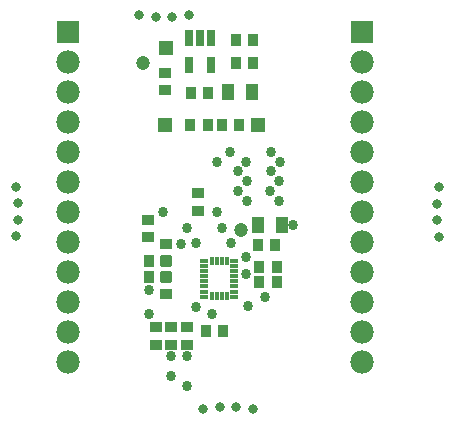
<source format=gts>
G04*
G04 #@! TF.GenerationSoftware,Altium Limited,Altium Designer,18.1.9 (240)*
G04*
G04 Layer_Color=8388736*
%FSLAX24Y24*%
%MOIN*%
G70*
G01*
G75*
%ADD24R,0.0132X0.0260*%
%ADD25R,0.0260X0.0132*%
%ADD26R,0.0480X0.0480*%
%ADD27R,0.0350X0.0430*%
%ADD28R,0.0430X0.0350*%
%ADD29C,0.0474*%
%ADD30R,0.0257X0.0552*%
%ADD31R,0.0395X0.0580*%
%ADD32R,0.0780X0.0780*%
%ADD33C,0.0780*%
%ADD34C,0.0320*%
%ADD35C,0.0340*%
D24*
X6974Y4851D02*
D03*
X6974Y3689D02*
D03*
X6805Y4851D02*
D03*
X6635D02*
D03*
X6466D02*
D03*
X6805Y3689D02*
D03*
X6635D02*
D03*
X6466D02*
D03*
D25*
X7230Y4863D02*
D03*
Y4693D02*
D03*
Y4524D02*
D03*
Y4355D02*
D03*
Y4185D02*
D03*
Y4016D02*
D03*
Y3847D02*
D03*
X6210Y4863D02*
D03*
Y4693D02*
D03*
Y4524D02*
D03*
Y4355D02*
D03*
Y4185D02*
D03*
Y4016D02*
D03*
Y3847D02*
D03*
X7230Y3677D02*
D03*
X6210Y3677D02*
D03*
D26*
X8000Y9410D02*
D03*
X4900D02*
D03*
X4950Y11950D02*
D03*
D27*
X4380Y4860D02*
D03*
X4960D02*
D03*
X4960Y4345D02*
D03*
X4380D02*
D03*
X6340Y9410D02*
D03*
X5760D02*
D03*
X5770Y10472D02*
D03*
X6350Y10472D02*
D03*
X7280Y12246D02*
D03*
X7860Y12246D02*
D03*
X7270Y11456D02*
D03*
X7850Y11456D02*
D03*
X6800Y9410D02*
D03*
X7380Y9410D02*
D03*
X8000Y5410D02*
D03*
X8580Y5410D02*
D03*
X8060Y4150D02*
D03*
X8640Y4150D02*
D03*
X8060Y4660D02*
D03*
X8640D02*
D03*
X6850Y2540D02*
D03*
X6270D02*
D03*
D28*
X4965Y4865D02*
D03*
Y5445D02*
D03*
X4965Y3760D02*
D03*
X4965Y4340D02*
D03*
X4900Y11131D02*
D03*
X4900Y10551D02*
D03*
X4360Y5660D02*
D03*
X4360Y6240D02*
D03*
X5640Y2070D02*
D03*
X5640Y2650D02*
D03*
X6030Y7120D02*
D03*
X6030Y6540D02*
D03*
X5130Y2070D02*
D03*
X5130Y2650D02*
D03*
X4620Y2070D02*
D03*
X4620Y2650D02*
D03*
D29*
X7450Y5910D02*
D03*
X4170Y11460D02*
D03*
D30*
X6454Y11383D02*
D03*
X5706Y12289D02*
D03*
X6454D02*
D03*
X6080D02*
D03*
X5706Y11383D02*
D03*
D31*
X7818Y10491D02*
D03*
X7031D02*
D03*
X8808Y6059D02*
D03*
X8020Y6059D02*
D03*
D32*
X11480Y12490D02*
D03*
X1690Y12500D02*
D03*
D33*
X11480Y11490D02*
D03*
Y10490D02*
D03*
Y9490D02*
D03*
Y8490D02*
D03*
Y7490D02*
D03*
Y6490D02*
D03*
Y5490D02*
D03*
Y4490D02*
D03*
Y3490D02*
D03*
Y2490D02*
D03*
Y1490D02*
D03*
X1690Y11500D02*
D03*
Y10500D02*
D03*
Y9500D02*
D03*
Y8500D02*
D03*
Y7500D02*
D03*
Y6500D02*
D03*
Y5500D02*
D03*
Y4500D02*
D03*
Y3500D02*
D03*
Y2500D02*
D03*
Y1500D02*
D03*
D34*
X14052Y7325D02*
D03*
X13987Y6775D02*
D03*
Y6225D02*
D03*
X14052Y5675D02*
D03*
X-63Y5685D02*
D03*
X3Y6235D02*
D03*
Y6785D02*
D03*
X-63Y7335D02*
D03*
X7835Y-72D02*
D03*
X7285Y-8D02*
D03*
X6735D02*
D03*
X6185Y-72D02*
D03*
X4055Y13062D02*
D03*
X4605Y12997D02*
D03*
X5155D02*
D03*
X5705Y13062D02*
D03*
D35*
X8730Y6870D02*
D03*
X8430Y7210D02*
D03*
X7650Y6870D02*
D03*
X7340Y7210D02*
D03*
X8730Y7520D02*
D03*
X7630Y8170D02*
D03*
X7640Y7520D02*
D03*
X7350Y7860D02*
D03*
X8440Y7870D02*
D03*
X8740Y8170D02*
D03*
X8460Y8490D02*
D03*
X9190Y6059D02*
D03*
X5640Y700D02*
D03*
X5100Y1020D02*
D03*
X6480Y3090D02*
D03*
X4390D02*
D03*
X5110Y1690D02*
D03*
X5640D02*
D03*
X5455Y5445D02*
D03*
X4840Y6510D02*
D03*
X7670Y3360D02*
D03*
X5660Y5970D02*
D03*
X6805Y5955D02*
D03*
X7101Y5460D02*
D03*
X6635Y6495D02*
D03*
X5950Y5470D02*
D03*
X4380Y3910D02*
D03*
X8237Y3677D02*
D03*
X5950Y3330D02*
D03*
X7080Y8485D02*
D03*
X6635Y8170D02*
D03*
X7620Y4990D02*
D03*
Y4440D02*
D03*
M02*

</source>
